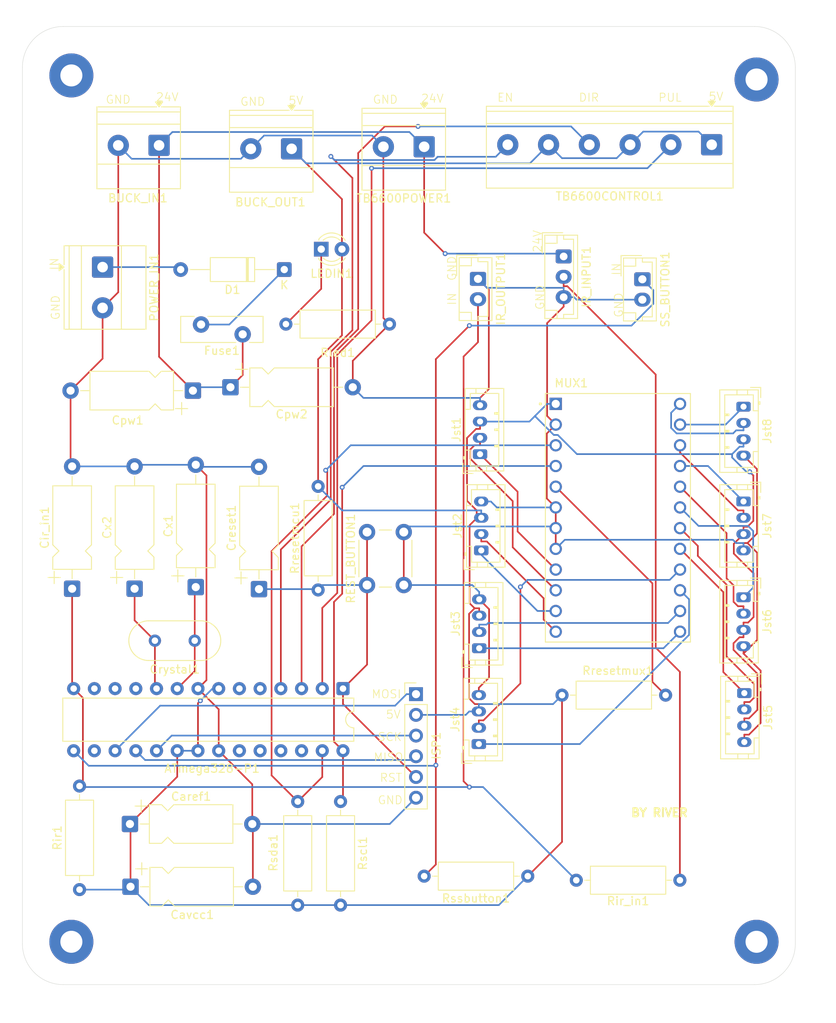
<source format=kicad_pcb>
(kicad_pcb (version 20241229) (generator "pcbnew") (generator_version "9.0")
  (layers (0 "F.Cu" signal) (2 "B.Cu" signal) (13 "F.Paste" user) (15 "B.Paste" user) (5 "F.SilkS" user "F.Silkscreen") (7 "B.SilkS" user "B.Silkscreen") (1 "F.Mask" user) (3 "B.Mask" user) (25 "Edge.Cuts" user))
  (net 0 "")
  (net 2 "GND")
  (net 4 "/24V")
  (net 5 "/5V")
  (net 6 "/IR_IN")
  (net 7 "/RST")
  (net 10 "/MOSI")
  (net 11 "/SCK")
  (net 12 "/MISO")
  (net 13 "/PUL")
  (net 14 "/DIR")
  (net 15 "/EN")
  (net 17 "/S{slash}S button")
  (net 18 "/SD1")
  (net 19 "/SC1")
  (net 20 "/SC2")
  (net 21 "/SD2")
  (net 22 "/SC3")
  (net 23 "/SD3")
  (net 24 "/SD4")
  (net 25 "/SC4")
  (net 26 "/SD5")
  (net 27 "/SC5")
  (net 28 "/SC6")
  (net 29 "/SD6")
  (net 30 "/SC7")
  (net 31 "/SD7")
  (net 32 "/SC0")
  (net 33 "/SD0")
  (net 34 "/SCL")
  (net 35 "/SDA")
  (net 38 "Net-(ATmega328-P1-XTAL1{slash}PB6)")
  (net 39 "Net-(ATmega328-P1-XTAL2{slash}PB7)")
  (net 43 "Net-(D1-K)")
  (net 44 "Net-(D1-A)")
  (net 45 "Net-(IR_INPUT1-Pin_2)")
  (net 46 "Net-(LEDIN1-K)")
  (net 47 "Net-(MUX1-RST)")
  (footprint "MountingHole:MountingHole_2.7mm_Pad" (layer "F.Cu") (at 114 150)
    (property "Reference" "H2" (hide yes))
    (property "Value" "MountingHole" (hide yes))
  )
  (footprint "MountingHole:MountingHole_2.7mm_Pad" (layer "F.Cu") (at 114 43.75)
    (property "Reference" "H4" (hide yes))
    (property "Value" "MountingHole" (hide yes))
  )
  (footprint "Capacitor_THT:CP_Axial_L10.0mm_D4.5mm_P15.00mm_Horizontal" (layer "F.Cu") (at 121.25 143.25)
    (property "Reference" "Cavcc1")
    (property "Value" "0.1uF" (hide yes))
  )
  (footprint "Capacitor_THT:CP_Axial_L10.0mm_D4.5mm_P15.00mm_Horizontal" (layer "F.Cu") (at 121.18 135.555)
    (property "Reference" "Caref1")
    (property "Value" "10nF" (hide yes))
  )
  (footprint "Resistor_THT:R_Axial_DIN0309_L9.0mm_D3.2mm_P12.70mm_Horizontal" (layer "F.Cu") (at 147 132.8 -90)
    (property "Reference" "Rscl1")
    (property "Value" "4.7KΩ" (hide yes))
  )
  (footprint "Resistor_THT:R_Axial_DIN0309_L9.0mm_D3.2mm_P12.70mm_Horizontal" (layer "F.Cu") (at 144.25 94.15 -90)
    (property "Reference" "Rresetmcu1")
    (property "Value" "10KΩ" (hide yes))
  )
  (footprint "Button_Switch_THT:SW_PUSH_6mm" (layer "F.Cu") (at 150.25 106.25 90)
    (property "Reference" "REST_BUTTON1")
    (property "Value" "RST_BTN" (hide yes))
  )
  (footprint "Fuse:Fuse_Bourns_MF-RG400" (layer "F.Cu") (at 129.9 74.3)
    (property "Reference" "Fuse1")
    (property "Value" "PTCFuse" (hide yes))
  )
  (footprint "Package_DIP:DIP-28_W7.62mm" (layer "F.Cu") (at 147.3 118.95 -90)
    (property "Reference" "ATmega328-P1")
    (property "Value" "ATmega328-P" (hide yes))
  )
  (footprint "MountingHole:MountingHole_2.7mm_Pad" (layer "F.Cu") (at 198 150)
    (property "Reference" "H1" (hide yes))
    (property "Value" "MountingHole" (hide yes))
  )
  (footprint "Connector_JST:JST_PH_B4B-PH-K_1x04_P2.00mm_Vertical" (layer "F.Cu") (at 196.5 119.5 -90)
    (property "Reference" "Jst5")
    (property "Value" "CH5")
  )
  (footprint "Capacitor_THT:CP_Axial_L10.0mm_D4.5mm_P15.00mm_Horizontal" (layer "F.Cu") (at 128.9 82.4075 180)
    (property "Reference" "Cpw1")
    (property "Value" "470uF" (hide yes))
  )
  (footprint "Diode_THT:D_A-405_P12.70mm_Horizontal" (layer "F.Cu") (at 140.1 67.5575 180)
    (property "Reference" "D1")
    (property "Value" "D1sch" (hide yes))
  )
  (footprint "TCA954A_Multiplexer:TCA954A_Multiplexer" (layer "F.Cu") (at 181 98)
    (property "Reference" "MUX1")
    (property "Value" "MUX")
  )
  (footprint "Capacitor_THT:CP_Axial_L10.0mm_D4.5mm_P15.00mm_Horizontal" (layer "F.Cu") (at 114.0925 106.7 90)
    (property "Reference" "Cir_in1")
    (property "Value" "10uF" (hide yes))
  )
  (footprint "Capacitor_THT:CP_Axial_L10.0mm_D4.5mm_P15.00mm_Horizontal" (layer "F.Cu") (at 137 106.75 90)
    (property "Reference" "Creset1")
    (property "Value" "0.1uF" (hide yes))
  )
  (footprint "Connector_JST:JST_PH_B4B-PH-K_1x04_P2.00mm_Vertical" (layer "F.Cu") (at 196.4 84.375 -90)
    (property "Reference" "Jst8")
    (property "Value" "CH8")
  )
  (footprint "TerminalBlock_Phoenix:TerminalBlock_Phoenix_MKDS-1,5-6_1x06_P5.00mm_Horizontal" (layer "F.Cu") (at 192.5 52.25 180)
    (property "Reference" "TB6600CONTROL1")
    (property "Value" "CONTROL" (hide yes))
  )
  (footprint "Resistor_THT:R_Axial_DIN0309_L9.0mm_D3.2mm_P12.70mm_Horizontal" (layer "F.Cu") (at 115 143.6 90)
    (property "Reference" "Rir1")
    (property "Value" "10KΩ" (hide yes))
  )
  (footprint "Connector_JST:JST_PH_B4B-PH-K_1x04_P2.00mm_Vertical" (layer "F.Cu") (at 196.4 107.75 -90)
    (property "Reference" "Jst6")
    (property "Value" "CH6")
  )
  (footprint "Crystal:Crystal_HC49-4H_Vertical" (layer "F.Cu") (at 129.12 113.07 180)
    (property "Reference" "Crystal1")
    (property "Value" "16MHz" (hide yes))
  )
  (footprint "Connector_JST:JST_PH_B4B-PH-K_1x04_P2.00mm_Vertical" (layer "F.Cu") (at 196.4 96 -90)
    (property "Reference" "Jst7")
    (property "Value" "CH7")
  )
  (footprint "Connector_JST:JST_EH_B2B-EH-A_1x02_P2.50mm_Vertical" (layer "F.Cu") (at 163.85 68.7 -90)
    (property "Reference" "IR_OUTPUT1")
    (property "Value" "IR_OUT" (hide yes))
  )
  (footprint "TerminalBlock_Phoenix:TerminalBlock_Phoenix_MKDS-1,5-2_1x02_P5.00mm_Horizontal" (layer "F.Cu") (at 141 52.75 180)
    (property "Reference" "BUCK_OUT1")
    (property "Value" "OUT5V" (hide yes))
  )
  (footprint "Connector_JST:JST_PH_B4B-PH-K_1x04_P2.00mm_Vertical" (layer "F.Cu") (at 164 114 90)
    (property "Reference" "Jst3")
    (property "Value" "CH3")
  )
  (footprint "Connector_JST:JST_EH_B3B-EH-A_1x03_P2.50mm_Vertical" (layer "F.Cu") (at 174.35 65.95 -90)
    (property "Reference" "IR_INPUT1")
    (property "Value" "IR_IN" (hide yes))
  )
  (footprint "TerminalBlock_Phoenix:TerminalBlock_Phoenix_MKDS-1,5-2_1x02_P5.00mm_Horizontal" (layer "F.Cu") (at 117.8275 67.2575 -90)
    (property "Reference" "POWER_IN1")
    (property "Value" "IN24V" (hide yes))
  )
  (footprint "Resistor_THT:R_Axial_DIN0309_L9.0mm_D3.2mm_P12.70mm_Horizontal" (layer "F.Cu") (at 169.95 141.95 180)
    (property "Reference" "Rssbutton1")
    (property "Value" "10KΩ" (hide yes))
  )
  (footprint "Connector_JST:JST_PH_B4B-PH-K_1x04_P2.00mm_Vertical" (layer "F.Cu") (at 164.1 90.2 90)
    (property "Reference" "Jst1")
    (property "Value" "CH1")
  )
  (footprint "Connector_JST:JST_EH_B2B-EH-A_1x02_P2.50mm_Vertical" (layer "F.Cu") (at 184 68.75 -90)
    (property "Reference" "SS_BUTTON1")
    (property "Value" "SS_B" (hide yes))
  )
  (footprint "TerminalBlock_Phoenix:TerminalBlock_Phoenix_MKDS-1,5-2_1x02_P5.00mm_Horizontal" (layer "F.Cu") (at 157.25 52.5 180)
    (property "Reference" "TB6600POWER1")
    (property "Value" "POWER24V" (hide yes))
  )
  (footprint "Resistor_THT:R_Axial_DIN0309_L9.0mm_D3.2mm_P12.70mm_Horizontal" (layer "F.Cu") (at 140.3 74.25)
    (property "Reference" "Rled1")
    (property "Value" "330Ω" (hide yes))
  )
  (footprint "Resistor_THT:R_Axial_DIN0309_L9.0mm_D3.2mm_P12.70mm_Horizontal" (layer "F.Cu") (at 174.15 119.75)
    (property "Reference" "Rresetmux1")
    (property "Value" "10KΩ" (hide yes))
  )
  (footprint "Resistor_THT:R_Axial_DIN0309_L9.0mm_D3.2mm_P12.70mm_Horizontal" (layer "F.Cu") (at 141.75 132.8 -90)
    (property "Reference" "Rsda1")
    (property "Value" "4.7KΩ" (hide yes))
  )
  (footprint "MountingHole:MountingHole_2.7mm_Pad" (layer "F.Cu") (at 198 44.25)
    (property "Reference" "H3" (hide yes))
    (property "Value" "MountingHole" (hide yes))
  )
  (footprint "Capacitor_THT:CP_Axial_L10.0mm_D4.5mm_P15.00mm_Horizontal" (layer "F.Cu") (at 129.25 106.5 90)
    (property "Reference" "Cx1")
    (property "Value" "22pF" (hide yes))
  )
  (footprint "Connector_JST:JST_PH_B4B-PH-K_1x04_P2.00mm_Vertical" (layer "F.Cu") (at 163.95 125.75 90)
    (property "Reference" "Jst4")
    (property "Value" "CH4")
  )
  (footprint "Connector_PinHeader_2.54mm:PinHeader_1x06_P2.54mm_Vertical" (layer "F.Cu") (at 156.25 119.63)
    (property "Reference" "ISP1")
    (property "Value" "ISP" (hide yes))
  )
  (footprint "Capacitor_THT:CP_Axial_L10.0mm_D4.5mm_P15.00mm_Horizontal" (layer "F.Cu") (at 133.5 81.9925)
    (property "Reference" "Cpw2")
    (property "Value" "0.1uF" (hide yes))
  )
  (footprint "Capacitor_THT:CP_Axial_L10.0mm_D4.5mm_P15.00mm_Horizontal" (layer "F.Cu") (at 121.75 106.7 90)
    (property "Reference" "Cx2")
    (property "Value" "22pF" (hide yes))
  )
  (footprint "TerminalBlock_Phoenix:TerminalBlock_Phoenix_MKDS-1,5-2_1x02_P5.00mm_Horizontal" (layer "F.Cu") (at 124.75 52.3275 180)
    (property "Reference" "BUCK_IN1")
    (property "Value" "IN24V")
  )
  (footprint "Resistor_THT:R_Axial_DIN0309_L9.0mm_D3.2mm_P12.70mm_Horizontal" (layer "F.Cu") (at 175.9 142.45)
    (property "Reference" "Rir_in1")
    (property "Value" "1KΩ" (hide yes))
  )
  (footprint "Connector_JST:JST_PH_B4B-PH-K_1x04_P2.00mm_Vertical" (layer "F.Cu") (at 164.25 102 90)
    (property "Reference" "Jst2")
    (property "Value" "CH2")
  )
  (footprint "LED_THT:LED_D3.0mm" (layer "F.Cu") (at 144.63 65.0575)
    (property "Reference" "LEDIN1")
    (property "Value" "LED" (hide yes))
  )
  (gr_arc (start 113 155.25) (mid 109.464466 153.785534) (end 108 150.25) (stroke (width 0.05)) (layer "Edge.Cuts"))
  (gr_arc (start 108 42.75) (mid 109.464466 39.214466) (end 113 37.75) (stroke (width 0.05)) (layer "Edge.Cuts"))
  (gr_line (start 108 150.25) (end 108 42.75) (stroke (width 0.05)) (layer "Edge.Cuts"))
  (gr_line (start 202.75 42.75) (end 202.75 150.25) (stroke (width 0.05)) (layer "Edge.Cuts"))
  (gr_arc (start 202.75 150.25) (mid 201.285534 153.785534) (end 197.75 155.25) (stroke (width 0.05)) (layer "Edge.Cuts"))
  (gr_arc (start 197.75 37.75) (mid 201.285534 39.214466) (end 202.75 42.75) (stroke (width 0.05)) (layer "Edge.Cuts"))
  (gr_line (start 113 37.75) (end 197.75 37.75) (stroke (width 0.05)) (layer "Edge.Cuts"))
  (gr_line (start 197.75 155.25) (end 113 155.25) (stroke (width 0.05)) (layer "Edge.Cuts"))
  (gr_text "GND" (at 118.15 47.3 0) (layer "F.SilkS") (effects (font (size 1 1) (thickness 0.1)) (justify left bottom)))
  (gr_text "PUL\n" (at 185.9 47.05 0) (layer "F.SilkS") (effects (font (size 1 1) (thickness 0.1)) (justify left bottom)))
  (gr_text "5V" (at 192.06 46.92 0) (layer "F.SilkS") (effects (font (size 1 1) (thickness 0.1)) (justify left bottom)))
  (gr_text "24V\n" (at 156.81 47.17 0) (layer "F.SilkS") (effects (font (size 1 1) (thickness 0.1)) (justify left bottom)))
  (gr_text "RST" (at 151.75 130.46 0) (layer "F.SilkS") (effects (font (size 1 1) (thickness 0.1)) (justify left bottom)))
  (gr_text "5V" (at 140.56 47.42 0) (layer "F.SilkS") (effects (font (size 1 1) (thickness 0.1)) (justify left bottom)))
  (gr_text "IN" (at 112.4975 67.6975 90) (layer "F.SilkS") (effects (font (size 1 1) (thickness 0.1)) (justify left bottom)))
  (gr_text "GND" (at 150.9 47.3 0) (layer "F.SilkS") (effects (font (size 1 1) (thickness 0.1)) (justify left bottom)))
  (gr_text "IN" (at 161.25 72 90) (layer "F.SilkS") (effects (font (size 1 1) (thickness 0.1)) (justify left bottom)))
  (gr_text "EN" (at 166.15 47.05 0) (layer "F.SilkS") (effects (font (size 1 1) (thickness 0.1)) (justify left bottom)))
  (gr_text "GND" (at 161.24 69 90) (layer "F.SilkS") (effects (font (size 1 1) (thickness 0.1)) (justify left bottom)))
  (gr_text "24V" (at 124.31 46.9975 0) (layer "F.SilkS") (effects (font (size 1 1) (thickness 0.1)) (justify left bottom)))
  (gr_text "GND" (at 181.69 73.5 90) (layer "F.SilkS") (effects (font (size 1 1) (thickness 0.1)) (justify left bottom)))
  (gr_text "MISO" (at 151 127.96 0) (layer "F.SilkS") (effects (font (size 1 1) (thickness 0.1)) (justify left bottom)))
  (gr_text "GND" (at 134.65 47.55 0) (layer "F.SilkS") (effects (font (size 1 1) (thickness 0.1)) (justify left bottom)))
  (gr_text "GND" (at 151.5 133.21 0) (layer "F.SilkS") (effects (font (size 1 1) (thickness 0.1)) (justify left bottom)))
  (gr_text "GND\n" (at 112.65 73.8075 90) (layer "F.SilkS") (effects (font (size 1 1) (thickness 0.1)) (justify left bottom)))
  (gr_text "SCK" (at 151.5 125.46 0) (layer "F.SilkS") (effects (font (size 1 1) (thickness 0.1)) (justify left bottom)))
  (gr_text "DIR" (at 176.15 47.05 0) (layer "F.SilkS") (effects (font (size 1 1) (thickness 0.1)) (justify left bottom)))
  (gr_text "BY RIVER" (at 182.5 134.75 0) (layer "F.SilkS") (effects (font (size 1 1) (thickness 0.25) (bold yes)) (justify left bottom)))
  (gr_text "24V" (at 171.74 65.54 90) (layer "F.SilkS") (effects (font (size 1 1) (thickness 0.1)) (justify left bottom)))
  (gr_text "IN\n" (at 181.39 68.34 90) (layer "F.SilkS") (effects (font (size 1 1) (thickness 0.1)) (justify left bottom)))
  (gr_text "GND\n" (at 172.04 72.56 90) (layer "F.SilkS") (effects (font (size 1 1) (thickness 0.1)) (justify left bottom)))
  (gr_text "MOSI" (at 150.75 120.21 0) (layer "F.SilkS") (effects (font (size 1 1) (thickness 0.1)) (justify left bottom)))
  (gr_text "5V" (at 152.5 122.71 0) (layer "F.SilkS") (effects (font (size 1 1) (thickness 0.1)) (justify left bottom)))
  (segment (start 173.38 96.73) (end 172.2871 95.6371) (width 0.2) (layer "F.Cu") (net 2))
  (segment (start 113.9 82.4075) (end 113.9 91.5075) (width 0.2) (layer "F.Cu") (net 2))
  (segment (start 196.4 102) (end 196.4 101.0983) (width 0.2) (layer "F.Cu") (net 2))
  (segment (start 119.75 70.335) (end 119.75 52.3275) (width 0.2) (layer "F.Cu") (net 2))
  (segment (start 196.4 101.0983) (end 196.8865 101.0983) (width 0.2) (layer "F.Cu") (net 2))
  (segment (start 174.35 70.95) (end 174.35 72.1017) (width 0.2) (layer "F.Cu") (net 2))
  (segment (start 153 74.25) (end 148.5 78.75) (width 0.2) (layer "F.Cu") (net 2))
  (segment (start 165.2088 109.2088) (end 164 108) (width 0.2) (layer "F.Cu") (net 2))
  (segment (start 172.3243 85.5143) (end 173.38 86.57) (width 0.2) (layer "F.Cu") (net 2))
  (segment (start 196.4 113.75) (end 196.4 114.6517) (width 0.2) (layer "F.Cu") (net 2))
  (segment (start 198.0577 92.0327) (end 196.4 90.375) (width 0.2) (layer "F.Cu") (net 2))
  (segment (start 154.75 106.25) (end 154.75 99.75) (width 0.2) (layer "F.Cu") (net 2))
  (segment (start 196.5 124.5983) (end 197.0636 124.5983) (width 0.2) (layer "F.Cu") (net 2))
  (segment (start 148.5 78.75) (end 148.5 81.9925) (width 0.2) (layer "F.Cu") (net 2))
  (segment (start 130.56 92.81) (end 129.25 91.5) (width 0.2) (layer "F.Cu") (net 2))
  (segment (start 174.35 72.1017) (end 172.3243 74.1274) (width 0.2) (layer "F.Cu") (net 2))
  (segment (start 198.0811 102.2929) (end 198.0811 112.9706) (width 0.2) (layer "F.Cu") (net 2))
  (segment (start 113.9 91.5075) (end 114.0925 91.7) (width 0.2) (layer "F.Cu") (net 2))
  (segment (start 132.06 126.57) (end 132.06 121.49) (width 0.2) (layer "F.Cu") (net 2))
  (segment (start 163.95 118.8483) (end 165.2088 117.5895) (width 0.2) (layer "F.Cu") (net 2))
  (segment (start 130.56 117.91) (end 130.56 92.81) (width 0.2) (layer "F.Cu") (net 2))
  (segment (start 197.0636 124.5983) (end 198.5007 123.1612) (width 0.2) (layer "F.Cu") (net 2))
  (segment (start 136.18 130.69) (end 132.06 126.57) (width 0.2) (layer "F.Cu") (net 2))
  (segment (start 198.5007 123.1612) (end 198.5007 116.7524) (width 0.2) (layer "F.Cu") (net 2))
  (segment (start 198.0577 99.9271) (end 198.0577 92.0327) (width 0.2) (layer "F.Cu") (net 2))
  (segment (start 132.06 121.49) (end 129.52 118.95) (width 0.2) (layer "F.Cu") (net 2))
  (segment (start 196.8865 101.0983) (end 198.0577 99.9271) (width 0.2) (layer "F.Cu") (net 2))
  (segment (start 164.1 84.2) (end 164.1 83.2983) (width 0.2) (layer "F.Cu") (net 2))
  (segment (start 172.2871 87.6629) (end 173.38 86.57) (width 0.2) (layer "F.Cu") (net 2))
  (segment (start 198.5007 116.7524) (end 196.4 114.6517) (width 0.2) (layer "F.Cu") (net 2))
  (segment (start 152.25 52.5) (end 152.25 73.5) (width 0.2) (layer "F.Cu") (net 2))
  (segment (start 136.25 135.625) (end 136.25 143.25) (width 0.2) (layer "F.Cu") (net 2))
  (segment (start 165.1751 70.0251) (end 163.85 68.7) (width 0.2) (layer "F.Cu") (net 2))
  (segment (start 165.2088 117.5895) (end 165.2088 109.2088) (width 0.2) (layer "F.Cu") (net 2))
  (segment (start 117.8275 72.2575) (end 119.75 70.335) (width 0.2) (layer "F.Cu") (net 2))
  (segment (start 172.2871 95.6371) (end 172.2871 87.6629) (width 0.2) (layer "F.Cu") (net 2))
  (segment (start 196.5 125.5) (end 196.5 124.5983) (width 0.2) (layer "F.Cu") (net 2))
  (segment (start 165.1751 82.2232) (end 165.1751 70.0251) (width 0.2) (layer "F.Cu") (net 2))
  (segment (start 136.18 135.555) (end 136.25 135.625) (width 0.2) (layer "F.Cu") (net 2))
  (segment (start 164.1 83.2983) (end 165.1751 82.2232) (width 0.2) (layer "F.Cu") (net 2))
  (segment (start 129.52 118.95) (end 130.56 117.91) (width 0.2) (layer "F.Cu") (net 2))
  (segment (start 196.8865 101.0983) (end 198.0811 102.2929) (width 0.2) (layer "F.Cu") (net 2))
  (segment (start 152.25 73.5) (end 153 74.25) (width 0.2) (layer "F.Cu") (net 2))
  (segment (start 117.8275 72.2575) (end 117.8275 78.48) (width 0.2) (layer "F.Cu") (net 2))
  (segment (start 163.95 119.75) (end 163.95 118.8483) (width 0.2) (layer "F.Cu") (net 2))
  (segment (start 173.38 101.81) (end 173.38 99.27) (width 0.2) (layer "F.Cu") (net 2))
  (segment (start 117.8275 78.48) (end 113.9 82.4075) (width 0.2) (layer "F.Cu") (net 2))
  (segment (start 173.38 96.73) (end 173.38 99.27) (width 0.2) (layer "F.Cu") (net 2))
  (segment (start 198.0811 112.9706) (end 196.4 114.6517) (width 0.2) (layer "F.Cu") (net 2))
  (segment (start 172.3243 74.1274) (end 172.3243 85.5143) (width 0.2) (layer "F.Cu") (net 2))
  (segment (start 136.18 135.555) (end 136.18 130.69) (width 0.2) (layer "F.Cu") (net 2))
  (segment (start 174.35 70.95) (end 174.35 69.7983) (width 0.2) (layer "B.Cu") (net 2))
  (segment (start 150.8726 51.1226) (end 152.25 52.5) (width 0.2) (layer "B.Cu") (net 2))
  (segment (start 154.75 106.25) (end 163.1517 106.25) (width 0.2) (layer "B.Cu") (net 2))
  (segment (start 164.1 83.2983) (end 149.8058 83.2983) (width 0.2) (layer "B.Cu") (net 2))
  (segment (start 175.9267 71.25) (end 175.6267 70.95) (width 0.2) (layer "B.Cu") (net 2))
  (segment (start 121.95 91.5) (end 121.75 91.7) (width 0.2) (layer "B.Cu") (net 2))
  (segment (start 134.777 53.973) (end 121.3955 53.973) (width 0.2) (layer "B.Cu") (net 2))
  (segment (start 153.025 135.555) (end 136.18 135.555) (width 0.2) (layer "B.Cu") (net 2))
  (segment (start 184 71.25) (end 175.9267 71.25) (width 0.2) (layer "B.Cu") (net 2))
  (segment (start 136 52.75) (end 137.6274 51.1226) (width 0.2) (layer "B.Cu") (net 2))
  (segment (start 137 91.75) (end 129.5 91.75) (width 0.2) (layer "B.Cu") (net 2))
  (segment (start 163.1517 106.25) (end 164 107.0983) (width 0.2) (layer "B.Cu") (net 2))
  (segment (start 164.25 96) (end 165.4267 96) (width 0.2) (layer "B.Cu") (net 2))
  (segment (start 155.4325 99.0675) (end 154.75 99.75) (width 0.2) (layer "B.Cu") (net 2))
  (segment (start 163.85 68.7) (end 164.9483 69.7983) (width 0.2) (layer "B.Cu") (net 2))
  (segment (start 129.25 91.5) (end 121.95 91.5) (width 0.2) (layer "B.Cu") (net 2))
  (segment (start 196.4 101.0983) (end 195.4983 101.0983) (width 0.2) (layer "B.Cu") (net 2))
  (segment (start 195.4983 101.0983) (end 195.0987 100.6987) (width 0.2) (layer "B.Cu") (net 2))
  (segment (start 164 108) (end 164 107.0983) (width 0.2) (layer "B.Cu") (net 2))
  (segment (start 121.3955 53.973) (end 119.75 52.3275) (width 0.2) (layer "B.Cu") (net 2))
  (segment (start 121.75 91.7) (end 114.0925 91.7) (width 0.2) (layer "B.Cu") (net 2))
  (segment (start 195.0987 100.6987) (end 174.4913 100.6987) (width 0.2) (layer "B.Cu") (net 2))
  (segment (start 166.1567 96.73) (end 173.38 96.73) (width 0.2) (layer "B.Cu") (net 2))
  (segment (start 137.6274 51.1226) (end 150.8726 51.1226) (width 0.2) (layer "B.Cu") (net 2))
  (segment (start 196.4 102) (end 196.4 101.0983) (width 0.2) (layer "B.Cu") (net 2))
  (segment (start 156.25 132.33) (end 153.025 135.555) (width 0.2) (layer "B.Cu") (net 2))
  (segment (start 173.1775 99.0675) (end 155.4325 99.0675) (width 0.2) (layer "B.Cu") (net 2))
  (segment (start 173.38 99.27) (end 173.1775 99.0675) (width 0.2) (layer "B.Cu") (net 2))
  (segment (start 149.8058 83.2983) (end 148.5 81.9925) (width 0.2) (layer "B.Cu") (net 2))
  (segment (start 174.35 70.95) (end 175.6267 70.95) (width 0.2) (layer "B.Cu") (net 2))
  (segment (start 164.9483 69.7983) (end 174.35 69.7983) (width 0.2) (layer "B.Cu") (net 2))
  (segment (start 164.1 84.2) (end 164.1 83.2983) (width 0.2) (layer "B.Cu") (net 2))
  (segment (start 174.4913 100.6987) (end 173.38 101.81) (width 0.2) (layer "B.Cu") (net 2))
  (segment (start 129.5 91.75) (end 129.25 91.5) (width 0.2) (layer "B.Cu") (net 2))
  (segment (start 136 52.75) (end 134.777 53.973) (width 0.2) (layer "B.Cu") (net 2))
  (segment (start 165.4267 96) (end 166.1567 96.73) (width 0.2) (layer "B.Cu") (net 2))
  (segment (start 124.75 78.2575) (end 128.9 82.4075) (width 0.2) (layer "F.Cu") (net 4))
  (segment (start 135 80.4925) (end 133.5 81.9925) (width 0.2) (layer "F.Cu") (net 4))
  (segment (start 159.826 65.6037) (end 157.25 63.0277) (width 0.2) (layer "F.Cu") (net 4))
  (segment (start 124.75 52.3275) (end 124.75 78.2575) (width 0.2) (layer "F.Cu") (net 4))
  (segment (start 157.25 63.0277) (end 157.25 52.5) (width 0.2) (layer "F.Cu") (net 4))
  (segment (start 135 75.5) (end 135 80.4925) (width 0.2) (layer "F.Cu") (net 4))
  (via (at 159.826 65.6037) (size 0.6) (drill 0.3) (layers "F.Cu" "B.Cu") (net 4))
  (segment (start 174.0037 65.6037) (end 159.826 65.6037) (width 0.2) (layer "B.Cu") (net 4))
  (segment (start 129.315 81.9925) (end 128.9 82.4075) (width 0.2) (layer "B.Cu") (net 4))
  (segment (start 126.3877 50.6898) (end 124.75 52.3275) (width 0.2) (layer "B.Cu") (net 4))
  (segment (start 174.35 65.95) (end 174.0037 65.6037) (width 0.2) (layer "B.Cu") (net 4))
  (segment (start 157.25 52.5) (end 155.4398 50.6898) (width 0.2) (layer "B.Cu") (net 4))
  (segment (start 155.4398 50.6898) (end 126.3877 50.6898) (width 0.2) (layer "B.Cu") (net 4))
  (segment (start 133.5 81.9925) (end 129.315 81.9925) (width 0.2) (layer "B.Cu") (net 4))
  (segment (start 163.4635 120.8483) (end 163.95 120.8483) (width 0.2) (layer "F.Cu") (net 5))
  (segment (start 163.95 121.75) (end 163.95 120.8483) (width 0.2) (layer "F.Cu") (net 5))
  (segment (start 147.17 75.6314) (end 144.25 78.5514) (width 0.2) (layer "F.Cu") (net 5))
  (segment (start 196.5 122.5983) (end 197.0636 122.5983) (width 0.2) (layer "F.Cu") (net 5))
  (segment (start 197.606 98.3788) (end 196.8865 99.0983) (width 0.2) (layer "F.Cu") (net 5))
  (segment (start 195.1722 113.393) (end 195.9135 112.6517) (width 0.2) (layer "F.Cu") (net 5))
  (segment (start 163.6135 87.1017) (end 164.1 87.1017) (width 0.2) (layer "F.Cu") (net 5))
  (segment (start 164 109.0983) (end 163.4364 109.0983) (width 0.2) (layer "F.Cu") (net 5))
  (segment (start 121.18 135.555) (end 126.98 129.755) (width 0.2) (layer "F.Cu") (net 5))
  (segment (start 197.156 92.3634) (end 197.4091 92.6165) (width 0.2) (layer "F.Cu") (net 5))
  (segment (start 198.099 117.124) (end 195.1722 114.1972) (width 0.2) (layer "F.Cu") (net 5))
  (segment (start 196.5 123.5) (end 196.5 122.5983) (width 0.2) (layer "F.Cu") (net 5))
  (segment (start 197.0636 122.5983) (end 198.099 121.5629) (width 0.2) (layer "F.Cu") (net 5))
  (segment (start 129.8101 120.4411) (end 129.52 120.7312) (width 0.2) (layer "F.Cu") (net 5))
  (segment (start 129.52 120.7312) (end 129.52 126.57) (width 0.2) (layer "F.Cu") (net 5))
  (segment (start 197.4091 92.6165) (end 197.156 92.3634) (width 0.2) (layer "F.Cu") (net 5))
  (segment (start 164.1 86.2) (end 164.1 87.1017) (width 0.2) (layer "F.Cu") (net 5))
  (segment (start 147.17 65.0575) (end 147.17 75.6314) (width 0.2) (layer "F.Cu") (net 5))
  (segment (start 162.5034 88.2118) (end 163.6135 87.1017) (width 0.2) (layer "F.Cu") (net 5))
  (segment (start 162.7592 109.7755) (end 162.7592 120.144) (width 0.2) (layer "F.Cu") (net 5))
  (segment (start 195.2135 102.3979) (end 195.2135 101.1865) (width 0.2) (layer "F.Cu") (net 5))
  (segment (start 163.6864 98.0501) (end 163.6864 97.0983) (width 0.2) (layer "F.Cu") (net 5))
  (segment (start 196.4 110.8483) (end 196.9636 110.8483) (width 0.2) (layer "F.Cu") (net 5))
  (segment (start 196.4 111.75) (end 196.4 110.8483) (width 0.2) (layer "F.Cu") (net 5))
  (segment (start 197.6354 110.1765) (end 197.6354 104.8198) (width 0.2) (layer "F.Cu") (net 5))
  (segment (start 162.8217 108.4836) (end 162.8217 98.9148) (width 0.2) (layer "F.Cu") (net 5))
  (segment (start 164 110) (end 164 109.0983) (width 0.2) (layer "F.Cu") (net 5))
  (segment (start 163.4364 109.0983) (end 162.7592 109.7755) (width 0.2) (layer "F.Cu") (net 5))
  (segment (start 196.8865 99.0983) (end 196.4 99.0983) (width 0.2) (layer "F.Cu") (net 5))
  (segment (start 141 52.75) (end 147.17 58.92) (width 0.2) (layer "F.Cu") (net 5))
  (segment (start 195.2135 101.1865) (end 196.4 100) (width 0.2) (layer "F.Cu") (net 5))
  (segment (start 126.98 129.755) (end 126.98 126.57) (width 0.2) (layer "F.Cu") (net 5))
  (segment (start 121.18 135.555) (end 121.25 135.625) (width 0.2) (layer "F.Cu") (net 5))
  (segment (start 195.9135 112.6517) (end 196.4 112.6517) (width 0.2) (layer "F.Cu") (net 5))
  (segment (start 144.25 78.5514) (end 144.25 94.15) (width 0.2) (layer "F.Cu") (net 5))
  (segment (start 197.156 92.3634) (end 197.606 92.8134) (width 0.2) (layer "F.Cu") (net 5))
  (segment (start 197.606 92.8134) (end 197.606 98.3788) (width 0.2) (layer "F.Cu") (net 5))
  (segment (start 162.8217 98.9148) (end 163.6864 98.0501) (width 0.2) (layer "F.Cu") (net 5))
  (segment (start 195.1722 114.1972) (end 195.1722 113.393) (width 0.2) (layer "F.Cu") (net 5))
  (segment (start 163.6864 97.0983) (end 162.5034 95.9153) (width 0.2) (layer "F.Cu") (net 5))
  (segment (start 162.5034 95.9153) (end 162.5034 88.2118) (width 0.2) (layer "F.Cu") (net 5))
  (segment (start 174.15 119.75) (end 174.15 137.75) (width 0.2) (layer "F.Cu") (net 5))
  (segment (start 197.6354 104.8198) (end 195.2135 102.3979) (width 0.2) (layer "F.Cu") (net 5))
  (segment (start 196.9636 110.8483) (end 197.6354 110.1765) (width 0.2) (layer "F.Cu") (net 5))
  (segment (start 196.4 111.75) (end 196.4 112.6517) (width 0.2) (layer "F.Cu") (net 5))
  (segment (start 198.099 121.5629) (end 198.099 117.124) (width 0.2) (layer "F.Cu") (net 5))
  (segment (start 147.17 58.92) (end 147.17 65.0575) (width 0.2) (layer "F.Cu") (net 5))
  (segment (start 121.25 135.625) (end 121.25 143.25) (width 0.2) (layer "F.Cu") (net 5))
  (segment (start 196.4 100) (end 196.4 99.0983) (width 0.2) (layer "F.Cu") (net 5))
  (segment (start 164.25 98) (end 164.25 97.0983) (width 0.2) (layer "F.Cu") (net 5))
  (segment (start 164.25 97.0983) (end 163.6864 97.0983) (width 0.2) (layer "F.Cu") (net 5))
  (segment (start 163.4364 109.0983) (end 162.8217 108.4836) (width 0.2) (layer "F.Cu") (net 5))
  (segment (start 162.7592 120.144) (end 163.4635 120.8483) (width 0.2) (layer "F.Cu") (net 5))
  (segment (start 174.15 137.75) (end 169.95 141.95) (width 0.2) (layer "F.Cu") (net 5))
  (via (at 197.156 92.3634) (size 0.6) (drill 0.3) (layers "F.Cu" "B.Cu") (net 5))
  (via (at 129.8101 120.4411) (size 0.6) (drill 0.3) (layers "F.Cu" "B.Cu") (net 5))
  (segment (start 195.004 90.192) (end 175.9818 90.192) (width 0.2) (layer "B.Cu") (net 5))
  (segment (start 142.7791 54.5291) (end 170.2209 54.5291) (width 0.2) (layer "B.Cu") (net 5))
  (segment (start 170.8276 85.5267) (end 170.1543 86.2) (width 0.2) (layer "B.Cu") (net 5))
  (segment (start 170.2209 54.5291) (end 172.5 52.25) (width 0.2) (layer "B.Cu") (net 5))
  (segment (start 174.15 119.75) (end 173.0517 120.8483) (width 0.2) (layer "B.Cu") (net 5))
  (segment (start 115 143.6) (end 120.9 143.6) (width 0.2) (layer "B.Cu") (net 5))
  (segment (start 156.25 122.17) (end 162.3533 122.17) (width 0.2) (layer "B.Cu") (net 5))
  (segment (start 147.1983 97.0983) (end 164.25 97.0983) (width 0.2) (layer "B.Cu") (net 5))
  (segment (start 132.06 118.95) (end 131.3012 118.95) (width 0.2) (layer "B.Cu") (net 5))
  (segment (start 170.1543 86.2) (end 164.1 86.2) (width 0.2) (layer "B.Cu") (net 5))
  (segment (start 163.95 121.75) (end 163.95 120.8483) (width 0.2) (layer "B.Cu") (net 5))
  (segment (start 123.5 145.5) (end 121.25 143.25) (width 0.2) (layer "B.Cu") (net 5))
  (segment (start 197.156 92.3634) (end 197.4091 92.6165) (width 0.2) (layer "B.Cu") (net 5))
  (segment (start 131.3012 118.95) (end 129.8101 120.4411) (width 0.2) (layer "B.Cu") (net 5))
  (segment (start 141.75 145.5) (end 123.5 145.5) (width 0.2) (layer "B.Cu") (net 5))
  (segment (start 197.4091 92.6165) (end 197.156 92.3634) (width 0.2) (layer "B.Cu") (net 5))
  (segment (start 182.5 52.25) (end 184.1097 50.6403) (width 0.2) (layer "B.Cu") (net 5))
  (segment (start 169.95 141.95) (end 166.4 145.5) (width 0.2) (layer "B.Cu") (net 5))
  (segment (start 162.3533 122.17) (end 162.7733 121.75) (width 0.2) (layer "B.Cu") (net 5))
  (segment (start 144.25 94.15) (end 147.1983 97.0983) (width 0.2) (layer "B.Cu") (net 5))
  (segment (start 172.3243 84.03) (end 170.8276 85.5267) (width 0.2) (layer "B.Cu") (net 5))
  (segment (start 173.38 84.03) (end 172.3243 84.03) (width 0.2) (layer "B.Cu") (net 5))
  (segment (start 196.4 89.2767) (end 195.9193 89.2767) (width 0.2) (layer "B.Cu") (net 5))
  (segment (start 166.4 145.5) (end 147 145.5) (width 0.2) (layer "B.Cu") (net 5))
  (segment (start 195.004 90.192) (end 195.004 90.6103) (width 0.2) (layer "B.Cu") (net 5))
  (segment (start 173.6298 87.84) (end 173.1408 87.84) (width 0.2) (layer "B.Cu") (net 5))
  (segment (start 141 52.75) (end 142.7791 54.5291) (width 0.2) (layer "B.Cu") (net 5))
  (segment (start 195.9193 89.2767) (end 195.004 90.192) (width 0.2) (layer "B.Cu") (net 5))
  (segment (start 120.9 143.6) (end 121.25 143.25) (width 0.2) (layer "B.Cu") (net 5))
  (segment (start 174.1469 53.8969) (end 172.5 52.25) (width 0.2) (layer "B.Cu") (net 5))
  (segment (start 126.98 126.57) (end 129.52 126.57) (width 0.2) (layer "B.Cu") (net 5))
  (segment (start 195.004 90.6103) (end 196.7571 92.3634) (width 0.2) (layer "B.Cu") (net 5))
  (segment (start 184.1097 50.6403) (end 190.8903 50.6403) (width 0.2) (layer "B.Cu") (net 5))
  (segment (start 164.25 98) (end 164.25 97.0983) (width 0.2) (layer "B.Cu") (net 5))
  (segment (start 175.9818 90.192) (end 173.6298 87.84) (width 0.2) (layer "B.Cu") (net 5))
  (segment (start 173.1408 87.84) (end 170.8276 85.5267) (width 0.2) (layer "B.Cu") (net 5))
  (segment (start 180.8531 53.8969) (end 174.1469 53.8969) (width 0.2) (layer "B.Cu") (net 5))
  (segment (start 196.4 88.375) (end 196.4 89.2767) (width 0.2) (layer "B.Cu") (net 5))
  (segment (start 196.7571 92.3634) (end 197.156 92.3634) (width 0.2) (layer "B.Cu") (net 5))
  (segment (start 173.0517 120.8483) (end 163.95 120.8483) (width 0.2) (layer "B.Cu") (net 5))
  (segment (start 190.8903 50.6403) (end 192.5 52.25) (width 0.2) (layer "B.Cu") (net 5))
  (segment (start 163.95 121.75) (end 162.7733 121.75) (width 0.2) (layer "B.Cu") (net 5))
  (segment (start 182.5 52.25) (end 180.8531 53.8969) (width 0.2) (layer "B.Cu") (net 5))
  (segment (start 147 145.5) (end 141.75 145.5) (width 0.2) (layer "B.Cu") (net 5))
  (segment (start 115 130.9) (end 115.4125 130.4875) (width 0.2) (layer "F.Cu") (net 6))
  (segment (start 163.85 76.462) (end 162.0813 78.2307) (width 0.2) (layer "F.Cu") (net 6))
  (segment (start 114.0925 106.7) (end 114.0925 118.7625) (width 0.2) (layer "F.Cu") (net 6))
  (segment (start 162.0813 78.2307) (end 162.0813 130.3097) (width 0.2) (layer "F.Cu") (net 6))
  (segment (start 114.0925 118.7625) (end 114.28 118.95) (width 0.2) (layer "F.Cu") (net 6))
  (segment (start 115.4125 130.4875) (end 115.4125 120.0825) (width 0.2) (layer "F.Cu") (net 6))
  (segment (start 162.0813 130.3097) (end 162.7932 131.0216) (width 0.2) (layer "F.Cu") (net 6))
  (segment (start 163.85 71.2) (end 163.85 76.462) (width 0.2) (layer "F.Cu") (net 6))
  (segment (start 115.4125 120.0825) (end 114.28 118.95) (width 0.2) (layer "F.Cu") (net 6))
  (via (at 162.7932 131.0216) (size 0.6) (drill 0.3) (layers "F.Cu" "B.Cu") (net 6))
  (segment (start 162.7932 131.0216) (end 115.1216 131.0216) (width 0.2) (layer "B.Cu") (net 6))
  (segment (start 164.4716 131.0216) (end 162.7932 131.0216) (width 0.2) (layer "B.Cu") (net 6))
  (segment (start 175.9 142.45) (end 164.4716 131.0216) (width 0.2) (layer "B.Cu") (net 6))
  (segment (start 115.1216 131.0216) (end 115 130.9) (width 0.2) (layer "B.Cu") (net 6))
  (segment (start 150.25 106.25) (end 150.25 116) (width 0.2) (layer "F.Cu") (net 7))
  (segment (start 147.3 120.84) (end 147.3 118.95) (width 0.2) (layer "F.Cu") (net 7))
  (segment (start 150.25 116) (end 147.3 118.95) (width 0.2) (layer "F.Cu") (net 7))
  (segment (start 150.25 99.75) (end 150.25 106.25) (width 0.2) (layer "F.Cu") (net 7))
  (segment (start 156.25 129.79) (end 147.3 120.84) (width 0.2) (layer "F.Cu") (net 7))
  (segment (start 144.75 106.25) (end 144.25 106.75) (width 0.2) (layer "B.Cu") (net 7))
  (segment (start 144.25 106.75) (end 144.25 106.85) (width 0.2) (layer "B.Cu") (net 7))
  (segment (start 144.25 106.75) (end 137 106.75) (width 0.2) (layer "B.Cu") (net 7))
  (segment (start 150.25 106.25) (end 144.75 106.25) (width 0.2) (layer "B.Cu") (net 7))
  (segment (start 119.36 126.57) (end 124.8872 121.0428) (width 0.2) (layer "B.Cu") (net 10))
  (segment (start 124.8872 121.0428) (end 153.6855 121.0428) (width 0.2) (layer "B.Cu") (net 10))
  (segment (start 153.6855 121.0428) (end 155.0983 119.63) (width 0.2) (layer "B.Cu") (net 10))
  (segment (start 156.25 119.63) (end 155.0983 119.63) (width 0.2) (layer "B.Cu") (net 10))
  (segment (start 124.44 126.57) (end 126.3 124.71) (width 0.2) (layer "B.Cu") (net 11))
  (segment (start 126.3 124.71) (end 156.25 124.71) (width 0.2) (layer "B.Cu") (net 11))
  (segment (start 155.7927 127.7073) (end 123.0373 127.7073) (width 0.2) (layer "B.Cu") (net 12))
  (segment (start 123.0373 127.7073) (end 121.9 126.57) (width 0.2) (layer "B.Cu") (net 12))
  (segment (start 156.25 127.25) (end 155.7927 127.7073) (width 0.2) (layer "B.Cu") (net 12))
  (segment (start 150.8009 73.785) (end 150.8009 55.1309) (width 0.2) (layer "F.Cu") (net 13))
  (segment (start 144.76 109.0543) (end 146.5983 107.216) (width 0.2) (layer "F.Cu") (net 13))
  (segment (start 146.5983 107.216) (end 146.5983 77.9876) (width 0.2) (layer "F.Cu") (net 13))
  (segment (start 146.5983 77.9876) (end 150.8009 73.785) (width 0.2) (layer "F.Cu") (net 13))
  (segment (start 144.76 118.95) (end 144.76 109.0543) (width 0.2) (layer "F.Cu") (net 13))
  (segment (start 150.8009 55.1309) (end 150.801 55.1309) (width 0.2) (layer "F.Cu") (net 13))
  (via (at 150.801 55.1309) (size 0.6) (drill 0.3) (layers "F.Cu" "B.Cu") (net 13))
  (segment (start 184.6191 55.1309) (end 150.801 55.1309) (width 0.2) (layer "B.Cu") (net 13))
  (segment (start 187.5 52.25) (end 184.6191 55.1309) (width 0.2) (layer "B.Cu") (net 13))
  (segment (start 149.162 74.8558) (end 146.1966 77.8212) (width 0.2) (layer "F.Cu") (net 14))
  (segment (start 146.1966 97.5345) (end 142.22 101.5111) (width 0.2) (layer "F.Cu") (net 14))
  (segment (start 146.1966 77.8212) (end 146.1966 97.5345) (width 0.2) (layer "F.Cu") (net 14))
  (segment (start 156.4951 50) (end 152.4248 50) (width 0.2) (layer "F.Cu") (net 14))
  (segment (start 149.162 53.2628) (end 149.162 74.8558) (width 0.2) (layer "F.Cu") (net 14))
  (segment (start 156.5 50.0049) (end 156.4951 50) (width 0.2) (layer "F.Cu") (net 14))
  (segment (start 152.4248 50) (end 149.162 53.2628) (width 0.2) (layer "F.Cu") (net 14))
  (segment (start 142.22 101.5111) (end 142.22 118.95) (width 0.2) (layer "F.Cu") (net 14))
  (via (at 156.5 50.0049) (size 0.6) (drill 0.3) (layers "F.Cu" "B.Cu") (net 14))
  (segment (start 156.5 50.0049) (end 175.2549 50.0049) (width 0.2) (layer "B.Cu") (net 14))
  (segment (start 175.2549 50.0049) (end 177.5 52.25) (width 0.2) (layer "B.Cu") (net 14))
  (segment (start 148.4545 74.9951) (end 145.7949 77.6547) (width 0.2) (layer "F.Cu") (net 15))
  (segment (start 145.7949 77.6547) (end 145.7949 95.7774) (width 0.2) (layer "F.Cu") (net 15))
  (segment (start 145.7949 95.7774) (end 139.68 101.8923) (width 0.2) (layer "F.Cu") (net 15))
  (segment (start 139.68 101.8923) (end 139.68 118.95) (width 0.2) (layer "F.Cu") (net 15))
  (segment (start 145.81245 53.68755) (end 148.4545 56.3296) (width 0.2) (layer "F.Cu") (net 15))
  (segment (start 148.4545 56.3296) (end 148.4545 74.9951) (width 0.2) (layer "F.Cu") (net 15))
  (via (at 145.81245 53.68755) (size 0.6) (drill 0.3) (layers "F.Cu" "B.Cu") (net 15))
  (segment (start 158.851 53.78516) (end 158.851 53.7806) (width 0.2) (layer "B.Cu") (net 15))
  (segment (start 158.5306 54.101) (end 158.53516 54.101) (width 0.2) (layer "B.Cu") (net 15))
  (segment (start 158.9043 53.7273) (end 158.9043 53.7272) (width 0.2) (layer "B.Cu") (net 15))
  (segment (start 166.0228 53.7272) (end 167.5 52.25) (width 0.2) (layer "B.Cu") (net 15))
  (segment (start 146.2523 54.1274) (end 158.5042 54.1274) (width 0.2) (layer "B.Cu") (net 15))
  (segment (start 158.5042 54.1274) (end 158.5306 54.101) (width 0.2) (layer "B.Cu") (net 15))
  (segment (start 158.9043 53.7272) (end 166.0228 53.7272) (width 0.2) (layer "B.Cu") (net 15))
  (segment (start 158.851 53.7806) (end 158.9043 53.7273) (width 0.2) (layer "B.Cu") (net 15))
  (segment (start 158.53516 54.101) (end 158.851 53.78516) (width 0.2) (layer "B.Cu") (net 15))
  (segment (start 145.81245 53.68755) (end 146.2523 54.1274) (width 0.2) (layer "B.Cu") (net 15))
  (segment (start 162.7932 74.4312) (end 158.681 78.5434) (width 0.2) (layer "F.Cu") (net 17))
  (segment (start 158.681 140.519) (end 157.25 141.95) (width 0.2) (layer "F.Cu") (net 17))
  (segment (start 158.681 128.3355) (end 158.681 140.519) (width 0.2) (layer "F.Cu") (net 17))
  (segment (start 158.681 78.5434) (end 158.681 128.3355) (width 0.2) (layer "F.Cu") (net 17))
  (via (at 162.7932 74.4312) (size 0.6) (drill 0.3) (layers "F.Cu" "B.Cu") (net 17))
  (via (at 158.681 128.3355) (size 0.6) (drill 0.3) (layers "F.Cu" "B.Cu") (net 17))
  (segment (start 116.1203 128.4103) (end 114.28 126.57) (width 0.2) (layer "B.Cu") (net 17))
  (segment (start 158.681 128.3355) (end 158.6062 128.4103) (width 0.2) (layer "B.Cu") (net 17))
  (segment (start 182.666 74.4312) (end 162.7932 74.4312) (width 0.2) (layer "B.Cu") (net 17))
  (segment (start 158.6062 128.4103) (end 116.1203 128.4103) (width 0.2) (layer "B.Cu") (net 17))
  (segment (start 185.3444 71.7528) (end 182.666 74.4312) (width 0.2) (layer "B.Cu") (net 17))
  (segment (start 184 68.75) (end 185.3444 70.0944) (width 0.2) (layer "B.Cu") (net 17))
  (segment (start 185.3444 70.0944) (end 185.3444 71.7528) (width 0.2) (layer "B.Cu") (net 17))
  (segment (start 164.25 102) (end 164.25 102.5356) (width 0.2) (layer "B.Cu") (net 18))
  (segment (start 164.25 102.5356) (end 171.1444 109.43) (width 0.2) (layer "B.Cu") (net 18))
  (segment (start 171.1444 109.43) (end 173.38 109.43) (width 0.2) (layer "B.Cu") (net 18))
  (segment (start 164.25 100) (end 164.25 100.9017) (width 0.2) (layer "F.Cu") (net 19))
  (segment (start 171.8942 110.4842) (end 173.38 111.97) (width 0.2) (layer "F.Cu") (net 19))
  (segment (start 164.25 100.9017) (end 164.9263 100.9017) (width 0.2) (layer "F.Cu") (net 19))
  (segment (start 171.8942 107.8696) (end 171.8942 110.4842) (width 0.2) (layer "F.Cu") (net 19))
  (segment (start 164.9263 100.9017) (end 171.8942 107.8696) (width 0.2) (layer "F.Cu") (net 19))
  (segment (start 164 112) (end 164 111.0983) (width 0.2) (layer "B.Cu") (net 20))
  (segment (start 187.1498 110.9002) (end 165.0998 110.9002) (width 0.2) (layer "B.Cu") (net 20))
  (segment (start 164.9017 111.0983) (end 164 111.0983) (width 0.2) (layer "B.Cu") (net 20))
  (segment (start 165.0998 110.9002) (end 164.9017 111.0983) (width 0.2) (layer "B.Cu") (net 20))
  (segment (start 188.62 109.43) (end 187.1498 110.9002) (width 0.2) (layer "B.Cu") (net 20))
  (segment (start 186.59 114) (end 188.62 111.97) (width 0.2) (layer "B.Cu") (net 21))
  (segment (start 164 114) (end 186.59 114) (width 0.2) (layer "B.Cu") (net 21))
  (segment (start 163.95 122.8483) (end 164.5136 122.8483) (width 0.2) (layer "F.Cu") (net 22))
  (segment (start 169.0498 118.3121) (end 169.0498 106.4766) (width 0.2) (layer "F.Cu") (net 22))
  (segment (start 164.5136 122.8483) (end 169.0498 118.3121) (width 0.2) (layer "F.Cu") (net 22))
  (segment (start 163.95 123.75) (end 163.95 122.8483) (width 0.2) (layer "F.Cu") (net 22))
  (via (at 169.0498 106.4766) (size 0.6) (drill 0.3) (layers "F.Cu" "B.Cu") (net 22))
  (segment (start 169.9064 105.62) (end 187.35 105.62) (width 0.2) (layer "B.Cu") (net 22))
  (segment (start 169.0498 106.4766) (end 169.9064 105.62) (width 0.2) (layer "B.Cu") (net 22))
  (segment (start 187.35 105.62) (end 188.62 104.35) (width 0.2) (layer "B.Cu") (net 22))
  (segment (start 189.7343 112.352) (end 189.7343 108.0043) (width 0.2) (layer "B.Cu") (net 23))
  (segment (start 163.95 125.75) (end 176.3363 125.75) (width 0.2) (layer "B.Cu") (net 23))
  (segment (start 189.7343 108.0043) (end 188.62 106.89) (width 0.2) (layer "B.Cu") (net 23))
  (segment (start 176.3363 125.75) (end 189.7343 112.352) (width 0.2) (layer "B.Cu") (net 23))
  (segment (start 193.9238 116.9238) (end 196.5 119.5) (width 0.2) (layer "F.Cu") (net 24))
  (segment (start 188.62 101.81) (end 193.9238 107.1138) (width 0.2) (layer "F.Cu") (net 24))
  (segment (start 193.9238 107.1138) (end 193.9238 116.9238) (width 0.2) (layer "F.Cu") (net 24))
  (segment (start 190.8023 102.6774) (end 194.3255 106.2006) (width 0.2) (layer "F.Cu") (net 25))
  (segment (start 197.6973 120.0592) (end 197.1582 120.5983) (width 0.2) (layer "F.Cu") (net 25))
  (segment (start 194.3255 106.2006) (end 194.3255 115.0055) (width 0.2) (layer "F.Cu") (net 25))
  (segment (start 188.62 99.27) (end 190.8023 101.4523) (width 0.2) (layer "F.Cu") (net 25))
  (segment (start 197.6973 118.3773) (end 197.6973 120.0592) (width 0.2) (layer "F.Cu") (net 25))
  (segment (start 197.1582 120.5983) (end 196.5 120.5983) (width 0.2) (layer "F.Cu") (net 25))
  (segment (start 196.5 121.5) (end 196.5 120.5983) (width 0.2) (layer "F.Cu") (net 25))
  (segment (start 190.8023 101.4523) (end 190.8023 102.6774) (width 0.2) (layer "F.Cu") (net 25))
  (segment (start 194.3255 115.0055) (end 197.6973 118.3773) (width 0.2) (layer "F.Cu") (net 25))
  (segment (start 197.586 106.564) (end 197.586 99.6222) (width 0.2) (layer "B.Cu") (net 26))
  (segment (start 196.9628 98.999) (end 190.889 98.999) (width 0.2) (layer "B.Cu") (net 26))
  (segment (start 196.4 107.75) (end 197.586 106.564) (width 0.2) (layer "B.Cu") (net 26))
  (segment (start 190.889 98.999) (end 188.62 96.73) (width 0.2) (layer "B.Cu") (net 26))
  (segment (start 197.586 99.6222) (end 196.9628 98.999) (width 0.2) (layer "B.Cu") (net 26))
  (segment (start 194.3255 99.8955) (end 188.62 94.19) (width 0.2) (layer "F.Cu") (net 27))
  (segment (start 195.7237 108.8483) (end 195.177 108.3016) (width 0.2) (layer "F.Cu") (net 27))
  (segment (start 195.177 106.2826) (end 194.3255 105.4311) (width 0.2) (layer "F.Cu") (net 27))
  (segment (start 196.4 109.75) (end 196.4 108.8483) (width 0.2) (layer "F.Cu") (net 27))
  (segment (start 196.4 108.8483) (end 195.7237 108.8483) (width 0.2) (layer "F.Cu") (net 27))
  (segment (start 194.3255 105.4311) (end 194.3255 99.8955) (width 0.2) (layer "F.Cu") (net 27))
  (segment (start 195.177 108.3016) (end 195.177 106.2826) (width 0.2) (layer "F.Cu") (net 27))
  (segment (start 195.7237 97.0983) (end 188.62 89.9946) (width 0.2) (layer "F.Cu") (net 28))
  (segment (start 188.62 89.9946) (end 188.62 89.11) (width 0.2) (layer "F.Cu") (net 28))
  (segment (start 196.4 98) (end 196.4 97.0983) (width 0.2) (layer "F.Cu") (net 28))
  (segment (start 196.4 97.0983) (end 195.7237 97.0983) (width 0.2) (layer "F.Cu") (net 28))
  (segment (start 192.05 91.65) (end 196.4 96) (width 0.2) (layer "B.Cu") (net 29))
  (segment (start 188.62 91.65) (end 192.05 91.65) (width 0.2) (layer "B.Cu") (net 29))
  (segment (start 195.1176 87.6574) (end 195.4983 87.2767) (width 0.2) (layer "B.Cu") (net 30))
  (segment (start 195.4983 87.2767) (end 196.4 87.2767) (width 0.2) (layer "B.Cu") (net 30))
  (segment (start 187.5279 85.1221) (end 187.5279 86.9849) (width 0.2) (layer "B.Cu") (net 30))
  (segment (start 188.2004 87.6574) (end 195.1176 87.6574) (width 0.2) (layer "B.Cu") (net 30))
  (segment (start 187.5279 86.9849) (end 188.2004 87.6574) (width 0.2) (layer "B.Cu") (net 30))
  (segment (start 188.62 84.03) (end 187.5279 85.1221) (width 0.2) (layer "B.Cu") (net 30))
  (segment (start 196.4 86.375) (end 196.4 87.2767) (width 0.2) (layer "B.Cu") (net 30))
  (segment (start 194.205 86.57) (end 196.4 84.375) (width 0.2) (layer "B.Cu") (net 31))
  (segment (start 188.62 86.57) (end 194.205 86.57) (width 0.2) (layer "B.Cu") (net 31))
  (segment (start 162.9066 89.6188) (end 163.4237 89.1017) (width 0.2) (layer "F.Cu") (net 32))
  (segment (start 173.38 106.89) (end 168.1024 101.6124) (width 0.2) (layer "F.Cu") (net 32))
  (segment (start 163.4237 89.1017) (end 164.1 89.1017) (width 0.2) (layer "F.Cu") (net 32))
  (segment (start 164.1 88.2) (end 164.1 89.1017) (width 0.2) (layer "F.Cu") (net 32))
  (segment (start 162.9066 90.7631) (end 162.9066 89.6188) (width 0.2) (layer "F.Cu") (net 32))
  (segment (start 168.1024 101.6124) (end 168.1024 95.9589) (width 0.2) (layer "F.Cu") (net 32))
  (segment (start 168.1024 95.9589) (end 162.9066 90.7631) (width 0.2) (layer "F.Cu") (net 32))
  (segment (start 168.704 94.804) (end 168.704 99.674) (width 0.2) (layer "F.Cu") (net 33))
  (segment (start 168.704 99.674) (end 173.38 104.35) (width 0.2) (layer "F.Cu") (net 33))
  (segment (start 164.1 90.2) (end 168.704 94.804) (width 0.2) (layer "F.Cu") (net 33))
  (segment (start 146.1951 125.4651) (end 146.1951 108.3182) (width 0.2) (layer "F.Cu") (net 34))
  (segment (start 147.3 126.57) (end 147.3 132.5) (width 0.2) (layer "F.Cu") (net 34))
  (segment (start 146.1951 108.3182) (end 147.2001 107.3132) (width 0.2) (layer "F.Cu") (net 34))
  (segment (start 147.3 132.5) (end 147 132.8) (width 0.2) (layer "F.Cu") (net 34))
  (segment (start 147.3 126.57) (end 146.1951 125.4651) (width 0.2) (layer "F.Cu") (net 34))
  (segment (start 147.2001 107.3132) (end 147.2001 94.2651) (width 0.2) (layer "F.Cu") (net 34))
  (via (at 147.2001 94.2651) (size 0.6) (drill 0.3) (layers "F.Cu" "B.Cu") (net 34))
  (segment (start 173.38 91.65) (end 149.8152 91.65) (width 0.2) (layer "B.Cu") (net 34))
  (segment (start 149.8152 91.65) (end 147.2001 94.2651) (width 0.2) (layer "B.Cu") (net 34))
  (segment (start 145.3725 92.3649) (end 145.1813 92.1737) (width 0.2) (layer "F.Cu") (net 35))
  (segment (start 138.5437 129.5937) (end 138.5437 102.1041) (width 0.2) (layer "F.Cu") (net 35))
  (segment (start 141.75 132.8) (end 138.5437 129.5937) (width 0.2) (layer "F.Cu") (net 35))
  (segment (start 144.76 129.79) (end 144.76 126.57) (width 0.2) (layer "F.Cu") (net 35))
  (segment (start 138.5437 102.1041) (end 145.3725 95.2753) (width 0.2) (layer "F.Cu") (net 35))
  (segment (start 145.3725 95.2753) (end 145.3725 92.3649) (width 0.2) (layer "F.Cu") (net 35))
  (segment (start 141.75 132.8) (end 144.76 129.79) (width 0.2) (layer "F.Cu") (net 35))
  (via (at 145.1813 92.1737) (size 0.6) (drill 0.3) (layers "F.Cu" "B.Cu") (net 35))
  (segment (start 148.245 89.11) (end 145.1813 92.1737) (width 0.2) (layer "B.Cu") (net 35))
  (segment (start 173.38 89.11) (end 148.245 89.11) (width 0.2) (layer "B.Cu") (net 35))
  (segment (start 129.12 116.81) (end 126.98 118.95) (width 0.2) (layer "F.Cu") (net 38))
  (segment (start 129.25 106.5) (end 129.12 106.63) (width 0.2) (layer "F.Cu") (net 38))
  (segment (start 129.12 113.07) (end 129.12 116.81) (width 0.2) (layer "F.Cu") (net 38))
  (segment (start 129.12 106.63) (end 129.12 113.07) (width 0.2) (layer "F.Cu") (net 38))
  (segment (start 124.24 118.75) (end 124.44 118.95) (width 0.2) (layer "F.Cu") (net 39))
  (segment (start 124.24 113.07) (end 121.75 110.58) (width 0.2) (layer "F.Cu") (net 39))
  (segment (start 121.75 110.58) (end 121.75 106.7) (width 0.2) (layer "F.Cu") (net 39))
  (segment (start 124.24 113.07) (end 124.24 118.75) (width 0.2) (layer "F.Cu") (net 39))
  (segment (start 133.3575 74.3) (end 129.9 74.3) (width 0.2) (layer "B.Cu") (net 43))
  (segment (start 140.1 67.5575) (end 133.3575 74.3) (width 0.2) (layer "B.Cu") (net 43))
  (segment (start 117.8275 67.2575) (end 127.1 67.2575) (width 0.2) (layer "B.Cu") (net 44))
  (segment (start 127.1 67.2575) (end 127.4 67.5575) (width 0.2) (layer "B.Cu") (net 44))
  (segment (start 185.6356 113.9283) (end 185.6356 80.4356) (width 0.2) (layer "F.Cu") (net 45))
  (segment (start 188.6 116.8927) (end 185.6356 113.9283) (width 0.2) (layer "F.Cu") (net 45))
  (segment (start 174.8017 69.6017) (end 174.35 69.6017) (width 0.2) (layer "F.Cu") (net 45))
  (segment (start 185.6356 80.4356) (end 174.8017 69.6017) (width 0.2) (layer "F.Cu") (net 45))
  (segment (start 174.35 68.45) (end 174.35 69.6017) (width 0.2) (layer "F.Cu") (net 45))
  (segment (start 188.6 142.45) (end 188.6 116.8927) (width 0.2) (layer "F.Cu") (net 45))
  (segment (start 144.63 69.92) (end 144.63 65.0575) (width 0.2) (layer "F.Cu") (net 46))
  (segment (start 140.3 74.25) (end 144.63 69.92) (width 0.2) (layer "F.Cu") (net 46))
  (segment (start 185.2339 106.0439) (end 185.2339 118.1339) (width 0.2) (layer "F.Cu") (net 47))
  (segment (start 185.2339 118.1339) (end 186.85 119.75) (width 0.2) (layer "F.Cu") (net 47))
  (segment (start 173.38 94.19) (end 185.2339 106.0439) (width 0.2) (layer "F.Cu") (net 47))
)
</source>
